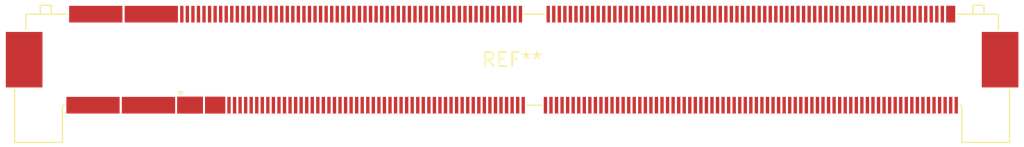
<source format=kicad_pcb>
(kicad_pcb (version 20240108) (generator pcbnew)
  (layers (0 "F.Cu" signal) (31 "B.Cu" signal) (34 "B.Paste" user) (35 "F.Paste" user) (36 "B.SilkS" user "B.Silkscreen") (37 "F.SilkS" user "F.Silkscreen") (38 "B.Mask" user) (39 "F.Mask" user) (44 "Edge.Cuts" user))
  (net 0 "")
  (footprint "JAE_MM70-314-310B1" (layer "F.Cu") (at 0 0)
    (property "Reference" "REF**")
    (property "Value" "JAE_MM70-314-310B1")
    (fp_line (start -44.8 7.45) (end -44.8 2.7) (layer "F.SilkS") (stroke (width 0.12)))
    (fp_line (start -43.8 -4.1) (end -43.8 -2.7) (layer "F.SilkS") (stroke (width 0.12)))
    (fp_line (start -42.5 -4.9) (end -42.5 -4.1) (layer "F.SilkS") (stroke (width 0.12)))
    (fp_line (start -41.5 -4.9) (end -42.5 -4.9) (layer "F.SilkS") (stroke (width 0.12)))
    (fp_line (start -41.5 -4.9) (end -41.5 -4.1) (layer "F.SilkS") (stroke (width 0.12)))
    (fp_line (start -40.5 7.45) (end -44.8 7.45) (layer "F.SilkS") (stroke (width 0.12)))
    (fp_line (start -40.5 7.45) (end -40.5 4.1) (layer "F.SilkS") (stroke (width 0.12)))
    (fp_line (start -40.3 4.1) (end -40.5 4.1) (layer "F.SilkS") (stroke (width 0.12)))
    (fp_line (start -40.1 -4.1) (end -43.8 -4.1) (layer "F.SilkS") (stroke (width 0.12)))
    (fp_line (start -30.0522 2.892197) (end -29.6522 2.892197) (layer "F.SilkS") (stroke (width 0.12)))
    (fp_line (start -29.8522 3.17504) (end -30.0522 2.892197) (layer "F.SilkS") (stroke (width 0.12)))
    (fp_line (start -29.6522 2.892197) (end -29.8522 3.17504) (layer "F.SilkS") (stroke (width 0.12)))
    (fp_line (start 1 -4.1) (end 3 -4.1) (layer "F.SilkS") (stroke (width 0.12)))
    (fp_line (start 1.3 4.1) (end 2.7 4.1) (layer "F.SilkS") (stroke (width 0.12)))
    (fp_line (start 40.1 -4.1) (end 43.8 -4.1) (layer "F.SilkS") (stroke (width 0.12)))
    (fp_line (start 40.3 4.1) (end 40.5 4.1) (layer "F.SilkS") (stroke (width 0.12)))
    (fp_line (start 40.5 7.45) (end 40.5 4.1) (layer "F.SilkS") (stroke (width 0.12)))
    (fp_line (start 40.5 7.45) (end 44.8 7.45) (layer "F.SilkS") (stroke (width 0.12)))
    (fp_line (start 41.5 -4.9) (end 41.5 -4.1) (layer "F.SilkS") (stroke (width 0.12)))
    (fp_line (start 41.5 -4.9) (end 42.5 -4.9) (layer "F.SilkS") (stroke (width 0.12)))
    (fp_line (start 42.5 -4.9) (end 42.5 -4.1) (layer "F.SilkS") (stroke (width 0.12)))
    (fp_line (start 43.8 -4.1) (end 43.8 -2.7) (layer "F.SilkS") (stroke (width 0.12)))
    (fp_line (start 44.8 7.45) (end 44.8 2.7) (layer "F.SilkS") (stroke (width 0.12)))
    (pad "" np_thru_hole circle (at -41 -1.1) (size 1.1 1.1) (drill 1.1) (layers *.Cu *.Mask))
    (pad "" np_thru_hole circle (at 41 -1.1) (size 1.6 1.6) (drill 1.6) (layers *.Cu *.Mask))
    (pad "1" smd rect (at -29 4.1) (size 2.3 1.5) (layers "F.Cu" "F.Paste" "F.Mask"))
    (pad "2" smd rect (at -29.75 -4.1) (size 0.3 1.5) (layers "F.Cu" "F.Paste" "F.Mask"))
    (pad "3" smd rect (at -29 4.1) (size 2.3 1.5) (layers "F.Cu" "F.Paste" "F.Mask"))
    (pad "4" smd rect (at -29.25 -4.1) (size 0.3 1.5) (layers "F.Cu" "F.Paste" "F.Mask"))
    (pad "5" smd rect (at -29 4.1) (size 2.3 1.5) (layers "F.Cu" "F.Paste" "F.Mask"))
    (pad "6" smd rect (at -28.75 -4.1) (size 0.3 1.5) (layers "F.Cu" "F.Paste" "F.Mask"))
    (pad "7" smd rect (at -29 4.1) (size 2.3 1.5) (layers "F.Cu" "F.Paste" "F.Mask"))
    (pad "8" smd rect (at -28.25 -4.1) (size 0.3 1.5) (layers "F.Cu" "F.Paste" "F.Mask"))
    (pad "9" smd rect (at -29 4.1) (size 2.3 1.5) (layers "F.Cu" "F.Paste" "F.Mask"))
    (pad "10" smd rect (at -27.75 -4.1) (size 0.3 1.5) (layers "F.Cu" "F.Paste" "F.Mask"))
    (pad "11" smd rect (at -26.75 4.1) (size 1.8 1.5) (layers "F.Cu" "F.Paste" "F.Mask"))
    (pad "12" smd rect (at -27.25 -4.1) (size 0.3 1.5) (layers "F.Cu" "F.Paste" "F.Mask"))
    (pad "13" smd rect (at -26.75 4.1) (size 1.8 1.5) (layers "F.Cu" "F.Paste" "F.Mask"))
    (pad "14" smd rect (at -26.75 -4.1) (size 0.3 1.5) (layers "F.Cu" "F.Paste" "F.Mask"))
    (pad "15" smd rect (at -26.75 4.1) (size 1.8 1.5) (layers "F.Cu" "F.Paste" "F.Mask"))
    (pad "16" smd rect (at -26.25 -4.1) (size 0.3 1.5) (layers "F.Cu" "F.Paste" "F.Mask"))
    (pad "17" smd rect (at -26.75 4.1) (size 1.8 1.5) (layers "F.Cu" "F.Paste" "F.Mask"))
    (pad "18" smd rect (at -25.75 -4.1) (size 0.3 1.5) (layers "F.Cu" "F.Paste" "F.Mask"))
    (pad "19" smd rect (at -25.5 4.1) (size 0.3 1.5) (layers "F.Cu" "F.Paste" "F.Mask"))
    (pad "20" smd rect (at -25.25 -4.1) (size 0.3 1.5) (layers "F.Cu" "F.Paste" "F.Mask"))
    (pad "21" smd rect (at -25 4.1) (size 0.3 1.5) (layers "F.Cu" "F.Paste" "F.Mask"))
    (pad "22" smd rect (at -24.75 -4.1) (size 0.3 1.5) (layers "F.Cu" "F.Paste" "F.Mask"))
    (pad "23" smd rect (at -24.5 4.1) (size 0.3 1.5) (layers "F.Cu" "F.Paste" "F.Mask"))
    (pad "24" smd rect (at -24.25 -4.1) (size 0.3 1.5) (layers "F.Cu" "F.Paste" "F.Mask"))
    (pad "25" smd rect (at -24 4.1) (size 0.3 1.5) (layers "F.Cu" "F.Paste" "F.Mask"))
    (pad "26" smd rect (at -23.75 -4.1) (size 0.3 1.5) (layers "F.Cu" "F.Paste" "F.Mask"))
    (pad "27" smd rect (at -23.5 4.1) (size 0.3 1.5) (layers "F.Cu" "F.Paste" "F.Mask"))
    (pad "28" smd rect (at -23.25 -4.1) (size 0.3 1.5) (layers "F.Cu" "F.Paste" "F.Mask"))
    (pad "29" smd rect (at -23 4.1) (size 0.3 1.5) (layers "F.Cu" "F.Paste" "F.Mask"))
    (pad "30" smd rect (at -22.75 -4.1) (size 0.3 1.5) (layers "F.Cu" "F.Paste" "F.Mask"))
    (pad "31" smd rect (at -22.5 4.1) (size 0.3 1.5) (layers "F.Cu" "F.Paste" "F.Mask"))
    (pad "32" smd rect (at -22.25 -4.1) (size 0.3 1.5) (layers "F.Cu" "F.Paste" "F.Mask"))
    (pad "33" smd rect (at -22 4.1) (size 0.3 1.5) (layers "F.Cu" "F.Paste" "F.Mask"))
    (pad "34" smd rect (at -21.75 -4.1) (size 0.3 1.5) (layers "F.Cu" "F.Paste" "F.Mask"))
    (pad "35" smd rect (at -21.5 4.1) (size 0.3 1.5) (layers "F.Cu" "F.Paste" "F.Mask"))
    (pad "36" smd rect (at -21.25 -4.1) (size 0.3 1.5) (layers "F.Cu" "F.Paste" "F.Mask"))
    (pad "37" smd rect (at -21 4.1) (size 0.3 1.5) (layers "F.Cu" "F.Paste" "F.Mask"))
    (pad "38" smd rect (at -20.75 -4.1) (size 0.3 1.5) (layers "F.Cu" "F.Paste" "F.Mask"))
    (pad "39" smd rect (at -20.5 4.1) (size 0.3 1.5) (layers "F.Cu" "F.Paste" "F.Mask"))
    (pad "40" smd rect (at -20.25 -4.1) (size 0.3 1.5) (layers "F.Cu" "F.Paste" "F.Mask"))
    (pad "41" smd rect (at -20 4.1) (size 0.3 1.5) (layers "F.Cu" "F.Paste" "F.Mask"))
    (pad "42" smd rect (at -19.75 -4.1) (size 0.3 1.5) (layers "F.Cu" "F.Paste" "F.Mask"))
    (pad "43" smd rect (at -19.5 4.1) (size 0.3 1.5) (layers "F.Cu" "F.Paste" "F.Mask"))
    (pad "44" smd rect (at -19.25 -4.1) (size 0.3 1.5) (layers "F.Cu" "F.Paste" "F.Mask"))
    (pad "45" smd rect (at -19 4.1) (size 0.3 1.5) (layers "F.Cu" "F.Paste" "F.Mask"))
    (pad "46" smd rect (at -18.75 -4.1) (size 0.3 1.5) (layers "F.Cu" "F.Paste" "F.Mask"))
    (pad "47" smd rect (at -18.5 4.1) (size 0.3 1.5) (layers "F.Cu" "F.Paste" "F.Mask"))
    (pad "48" smd rect (at -18.25 -4.1) (size 0.3 1.5) (layers "F.Cu" "F.Paste" "F.Mask"))
    (pad "49" smd rect (at -18 4.1) (size 0.3 1.5) (layers "F.Cu" "F.Paste" "F.Mask"))
    (pad "50" smd rect (at -17.75 -4.1) (size 0.3 1.5) (layers "F.Cu" "F.Paste" "F.Mask"))
    (pad "51" smd rect (at -17.5 4.1) (size 0.3 1.5) (layers "F.Cu" "F.Paste" "F.Mask"))
    (pad "52" smd rect (at -17.25 -4.1) (size 0.3 1.5) (layers "F.Cu" "F.Paste" "F.Mask"))
    (pad "53" smd rect (at -17 4.1) (size 0.3 1.5) (layers "F.Cu" "F.Paste" "F.Mask"))
    (pad "54" smd rect (at -16.75 -4.1) (size 0.3 1.5) (layers "F.Cu" "F.Paste" "F.Mask"))
    (pad "55" smd rect (at -16.5 4.1) (size 0.3 1.5) (layers "F.Cu" "F.Paste" "F.Mask"))
    (pad "56" smd rect (at -16.25 -4.1) (size 0.3 1.5) (layers "F.Cu" "F.Paste" "F.Mask"))
    (pad "57" smd rect (at -16 4.1) (size 0.3 1.5) (layers "F.Cu" "F.Paste" "F.Mask"))
    (pad "58" smd rect (at -15.75 -4.1) (size 0.3 1.5) (layers "F.Cu" "F.Paste" "F.Mask"))
    (pad "59" smd rect (at -15.5 4.1) (size 0.3 1.5) (layers "F.Cu" "F.Paste" "F.Mask"))
    (pad "60" smd rect (at -15.25 -4.1) (size 0.3 1.5) (layers "F.Cu" "F.Paste" "F.Mask"))
    (pad "61" smd rect (at -15 4.1) (size 0.3 1.5) (layers "F.Cu" "F.Paste" "F.Mask"))
    (pad "62" smd rect (at -14.75 -4.1) (size 0.3 1.5) (layers "F.Cu" "F.Paste" "F.Mask"))
    (pad "63" smd rect (at -14.5 4.1) (size 0.3 1.5) (layers "F.Cu" "F.Paste" "F.Mask"))
    (pad "64" smd rect (at -14.25 -4.1) (size 0.3 1.5) (layers "F.Cu" "F.Paste" "F.Mask"))
    (pad "65" smd rect (at -14 4.1) (size 0.3 1.5) (layers "F.Cu" "F.Paste" "F.Mask"))
    (pad "66" smd rect (at -13.75 -4.1) (size 0.3 1.5) (layers "F.Cu" "F.Paste" "F.Mask"))
    (pad "67" smd rect (at -13.5 4.1) (size 0.3 1.5) (layers "F.Cu" "F.Paste" "F.Mask"))
    (pad "68" smd rect (at -13.25 -4.1) (size 0.3 1.5) (layers "F.Cu" "F.Paste" "F.Mask"))
    (pad "69" smd rect (at -13 4.1) (size 0.3 1.5) (layers "F.Cu" "F.Paste" "F.Mask"))
    (pad "70" smd rect (at -12.75 -4.1) (size 0.3 1.5) (layers "F.Cu" "F.Paste" "F.Mask"))
    (pad "71" smd rect (at -12.5 4.1) (size 0.3 1.5) (layers "F.Cu" "F.Paste" "F.Mask"))
    (pad "72" smd rect (at -12.25 -4.1) (size 0.3 1.5) (layers "F.Cu" "F.Paste" "F.Mask"))
    (pad "73" smd rect (at -12 4.1) (size 0.3 1.5) (layers "F.Cu" "F.Paste" "F.Mask"))
    (pad "74" smd rect (at -11.75 -4.1) (size 0.3 1.5) (layers "F.Cu" "F.Paste" "F.Mask"))
    (pad "75" smd rect (at -11.5 4.1) (size 0.3 1.5) (layers "F.Cu" "F.Paste" "F.Mask"))
    (pad "76" smd rect (at -11.25 -4.1) (size 0.3 1.5) (layers "F.Cu" "F.Paste" "F.Mask"))
    (pad "77" smd rect (at -11 4.1) (size 0.3 1.5) (layers "F.Cu" "F.Paste" "F.Mask"))
    (pad "78" smd rect (at -10.75 -4.1) (size 0.3 1.5) (layers "F.Cu" "F.Paste" "F.Mask"))
    (pad "79" smd rect (at -10.5 4.1) (size 0.3 1.5) (layers "F.Cu" "F.Paste" "F.Mask"))
    (pad "80" smd rect (at -10.25 -4.1) (size 0.3 1.5) (layers "F.Cu" "F.Paste" "F.Mask"))
    (pad "81" smd rect (at -10 4.1) (size 0.3 1.5) (layers "F.Cu" "F.Paste" "F.Mask"))
    (pad "82" smd rect (at -9.75 -4.1) (size 0.3 1.5) (layers "F.Cu" "F.Paste" "F.Mask"))
    (pad "83" smd rect (at -9.5 4.1) (size 0.3 1.5) (layers "F.Cu" "F.Paste" "F.Mask"))
    (pad "84" smd rect (at -9.25 -4.1) (size 0.3 1.5) (layers "F.Cu" "F.Paste" "F.Mask"))
    (pad "85" smd rect (at -9 4.1) (size 0.3 1.5) (layers "F.Cu" "F.Paste" "F.Mask"))
    (pad "86" smd rect (at -8.75 -4.1) (size 0.3 1.5) (layers "F.Cu" "F.Paste" "F.Mask"))
    (pad "87" smd rect (at -8.5 4.1) (size 0.3 1.5) (layers "F.Cu" "F.Paste" "F.Mask"))
    (pad "88" smd rect (at -8.25 -4.1) (size 0.3 1.5) (layers "F.Cu" "F.Paste" "F.Mask"))
    (pad "89" smd rect (at -8 4.1) (size 0.3 1.5) (layers "F.Cu" "F.Paste" "F.Mask"))
    (pad "90" smd rect (at -7.75 -4.1) (size 0.3 1.5) (layers "F.Cu" "F.Paste" "F.Mask"))
    (pad "91" smd rect (at -7.5 4.1) (size 0.3 1.5) (layers "F.Cu" "F.Paste" "F.Mask"))
    (pad "92" smd rect (at -7.25 -4.1) (size 0.3 1.5) (layers "F.Cu" "F.Paste" "F.Mask"))
    (pad "93" smd rect (at -7 4.1) (size 0.3 1.5) (layers "F.Cu" "F.Paste" "F.Mask"))
    (pad "94" smd rect (at -6.75 -4.1) (size 0.3 1.5) (layers "F.Cu" "F.Paste" "F.Mask"))
    (pad "95" smd rect (at -6.5 4.1) (size 0.3 1.5) (layers "F.Cu" "F.Paste" "F.Mask"))
    (pad "96" smd rect (at -6.25 -4.1) (size 0.3 1.5) (layers "F.Cu" "F.Paste" "F.Mask"))
    (pad "97" smd rect (at -6 4.1) (size 0.3 1.5) (layers "F.Cu" "F.Paste" "F.Mask"))
    (pad "98" smd rect (at -5.75 -4.1) (size 0.3 1.5) (layers "F.Cu" "F.Paste" "F.Mask"))
    (pad "99" smd rect (at -5.5 4.1) (size 0.3 1.5) (layers "F.Cu" "F.Paste" "F.Mask"))
    (pad "100" smd rect (at -5.25 -4.1) (size 0.3 1.5) (layers "F.Cu" "F.Paste" "F.Mask"))
    (pad "101" smd rect (at -5 4.1) (size 0.3 1.5) (layers "F.Cu" "F.Paste" "F.Mask"))
    (pad "102" smd rect (at -4.75 -4.1) (size 0.3 1.5) (layers "F.Cu" "F.Paste" "F.Mask"))
    (pad "103" smd rect (at -4.5 4.1) (size 0.3 1.5) (layers "F.Cu" "F.Paste" "F.Mask"))
    (pad "104" smd rect (at -4.25 -4.1) (size 0.3 1.5) (layers "F.Cu" "F.Paste" "F.Mask"))
    (pad "105" smd rect (at -4 4.1) (size 0.3 1.5) (layers "F.Cu" "F.Paste" "F.Mask"))
    (pad "106" smd rect (at -3.75 -4.1) (size 0.3 1.5) (layers "F.Cu" "F.Paste" "F.Mask"))
    (pad "107" smd rect (at -3.5 4.1) (size 0.3 1.5) (layers "F.Cu" "F.Paste" "F.Mask"))
    (pad "108" smd rect (at -3.25 -4.1) (size 0.3 1.5) (layers "F.Cu" "F.Paste" "F.Mask"))
    (pad "109" smd rect (at -3 4.1) (size 0.3 1.5) (layers "F.Cu" "F.Paste" "F.Mask"))
    (pad "110" smd rect (at -2.75 -4.1) (size 0.3 1.5) (layers "F.Cu" "F.Paste" "F.Mask"))
    (pad "111" smd rect (at -2.5 4.1) (size 0.3 1.5) (layers "F.Cu" "F.Paste" "F.Mask"))
    (pad "112" smd rect (at -2.25 -4.1) (size 0.3 1.5) (layers "F.Cu" "F.Paste" "F.Mask"))
    (pad "113" smd rect (at -2 4.1) (size 0.3 1.5) (layers "F.Cu" "F.Paste" "F.Mask"))
    (pad "114" smd rect (at -1.75 -4.1) (size 0.3 1.5) (layers "F.Cu" "F.Paste" "F.Mask"))
    (pad "115" smd rect (at -1.5 4.1) (size 0.3 1.5) (layers "F.Cu" "F.Paste" "F.Mask"))
    (pad "116" smd rect (at -1.25 -4.1) (size 0.3 1.5) (layers "F.Cu" "F.Paste" "F.Mask"))
    (pad "117" smd rect (at -1 4.1) (size 0.3 1.5) (layers "F.Cu" "F.Paste" "F.Mask"))
    (pad "118" smd rect (at -0.75 -4.1) (size 0.3 1.5) (layers "F.Cu" "F.Paste" "F.Mask"))
    (pad "119" smd rect (at -0.5 4.1) (size 0.3 1.5) (layers "F.Cu" "F.Paste" "F.Mask"))
    (pad "120" smd rect (at -0.25 -4.1) (size 0.3 1.5) (layers "F.Cu" "F.Paste" "F.Mask"))
    (pad "121" smd rect (at 0 4.1) (size 0.3 1.5) (layers "F.Cu" "F.Paste" "F.Mask"))
    (pad "122" smd rect (at 0.25 -4.1) (size 0.3 1.5) (layers "F.Cu" "F.Paste" "F.Mask"))
    (pad "123" smd rect (at 0.5 4.1) (size 0.3 1.5) (layers "F.Cu" "F.Paste" "F.Mask"))
    (pad "124" smd rect (at 0.75 -4.1) (size 0.3 1.5) (layers "F.Cu" "F.Paste" "F.Mask"))
    (pad "125" smd rect (at 1 4.1) (size 0.3 1.5) (layers "F.Cu" "F.Paste" "F.Mask"))
    (pad "133" smd rect (at 3 4.1) (size 0.3 1.5) (layers "F.Cu" "F.Paste" "F.Mask"))
    (pad "134" smd rect (at 3.25 -4.1) (size 0.3 1.5) (layers "F.Cu" "F.Paste" "F.Mask"))
    (pad "135" smd rect (at 3.5 4.1) (size 0.3 1.5) (layers "F.Cu" "F.Paste" "F.Mask"))
    (pad "136" smd rect (at 3.75 -4.1) (size 0.3 1.5) (layers "F.Cu" "F.Paste" "F.Mask"))
    (pad "137" smd rect (at 4 4.1) (size 0.3 1.5) (layers "F.Cu" "F.Paste" "F.Mask"))
    (pad "138" smd rect (at 4.25 -4.1) (size 0.3 1.5) (layers "F.Cu" "F.Paste" "F.Mask"))
    (pad "139" smd rect (at 4.5 4.1) (size 0.3 1.5) (layers "F.Cu" "F.Paste" "F.Mask"))
    (pad "140" smd rect (at 4.75 -4.1) (size 0.3 1.5) (layers "F.Cu" "F.Paste" "F.Mask"))
    (pad "141" smd rect (at 5 4.1) (size 0.3 1.5) (layers "F.Cu" "F.Paste" "F.Mask"))
    (pad "142" smd rect (at 5.25 -4.1) (size 0.3 1.5) (layers "F.Cu" "F.Paste" "F.Mask"))
    (pad "143" smd rect (at 5.5 4.1) (size 0.3 1.5) (layers "F.Cu" "F.Paste" "F.Mask"))
    (pad "144" smd rect (at 5.75 -4.1) (size 0.3 1.5) (layers "F.Cu" "F.Paste" "F.Mask"))
    (pad "145" smd rect (at 6 4.1) (size 0.3 1.5) (layers "F.Cu" "F.Paste" "F.Mask"))
    (pad "146" smd rect (at 6.25 -4.1) (size 0.3 1.5) (layers "F.Cu" "F.Paste" "F.Mask"))
    (pad "147" smd rect (at 6.5 4.1) (size 0.3 1.5) (layers "F.Cu" "F.Paste" "F.Mask"))
    (pad "148" smd rect (at 6.75 -4.1) (size 0.3 1.5) (layers "F.Cu" "F.Paste" "F.Mask"))
    (pad "149" smd rect (at 7 4.1) (size 0.3 1.5) (layers "F.Cu" "F.Paste" "F.Mask"))
    (pad "150" smd rect (at 7.25 -4.1) (size 0.3 1.5) (layers "F.Cu" "F.Paste" "F.Mask"))
    (pad "151" smd rect (at 7.5 4.1) (size 0.3 1.5) (layers "F.Cu" "F.Paste" "F.Mask"))
    (pad "152" smd rect (at 7.75 -4.1) (size 0.3 1.5) (layers "F.Cu" "F.Paste" "F.Mask"))
    (pad "153" smd rect (at 8 4.1) (size 0.3 1.5) (layers "F.Cu" "F.Paste" "F.Mask"))
    (pad "154" smd rect (at 8.25 -4.1) (size 0.3 1.5) (layers "F.Cu" "F.Paste" "F.Mask"))
    (pad "155" smd rect (at 8.5 4.1) (size 0.3 1.5) (layers "F.Cu" "F.Paste" "F.Mask"))
    (pad "156" smd rect (at 8.75 -4.1) (size 0.3 1.5) (layers "F.Cu" "F.Paste" "F.Mask"))
    (pad "157" smd rect (at 9 4.1) (size 0.3 1.5) (layers "F.Cu" "F.Paste" "F.Mask"))
    (pad "158" smd rect (at 9.25 -4.1) (size 0.3 1.5) (layers "F.Cu" "F.Paste" "F.Mask"))
    (pad "159" smd rect (at 9.5 4.1) (size 0.3 1.5) (layers "F.Cu" "F.Paste" "F.Mask"))
    (pad "160" smd rect (at 9.75 -4.1) (size 0.3 1.5) (layers "F.Cu" "F.Paste" "F.Mask"))
    (pad "161" smd rect (at 10 4.1) (size 0.3 1.5) (layers "F.Cu" "F.Paste" "F.Mask"))
    (pad "162" smd rect (at 10.25 -4.1) (size 0.3 1.5) (layers "F.Cu" "F.Paste" "F.Mask"))
    (pad "163" smd rect (at 10.5 4.1) (size 0.3 1.5) (layers "F.Cu" "F.Paste" "F.Mask"))
    (pad "164" smd rect (at 10.75 -4.1) (size 0.3 1.5) (layers "F.Cu" "F.Paste" "F.Mask"))
    (pad "165" smd rect (at 11 4.1) (size 0.3 1.5) (layers "F.Cu" "F.Paste" "F.Mask"))
    (pad "166" smd rect (at 11.25 -4.1) (size 0.3 1.5) (layers "F.Cu" "F.Paste" "F.Mask"))
    (pad "167" smd rect (at 11.5 4.1) (size 0.3 1.5) (layers "F.Cu" "F.Paste" "F.Mask"))
    (pad "168" smd rect (at 11.75 -4.1) (size 0.3 1.5) (layers "F.Cu" "F.Paste" "F.Mask"))
    (pad "169" smd rect (at 12 4.1) (size 0.3 1.5) (layers "F.Cu" "F.Paste" "F.Mask"))
    (pad "170" smd rect (at 12.25 -4.1) (size 0.3 1.5) (layers "F.Cu" "F.Paste" "F.Mask"))
    (pad "171" smd rect (at 12.5 4.1) (size 0.3 1.5) (layers "F.Cu" "F.Paste" "F.Mask"))
    (pad "172" smd rect (at 12.75 -4.1) (size 0.3 1.5) (layers "F.Cu" "F.Paste" "F.Mask"))
    (pad "173" smd rect (at 13 4.1) (size 0.3 1.5) (layers "F.Cu" "F.Paste" "F.Mask"))
    (pad "174" smd rect (at 13.25 -4.1) (size 0.3 1.5) (layers "F.Cu" "F.Paste" "F.Mask"))
    (pad "175" smd rect (at 13.5 4.1) (size 0.3 1.5) (layers "F.Cu" "F.Paste" "F.Mask"))
    (pad "176" smd rect (at 13.75 -4.1) (size 0.3 1.5) (layers "F.Cu" "F.Paste" "F.Mask"))
    (pad "177" smd rect (at 14 4.1) (size 0.3 1.5) (layers "F.Cu" "F.Paste" "F.Mask"))
    (pad "178" smd rect (at 14.25 -4.1) (size 0.3 1.5) (layers "F.Cu" "F.Paste" "F.Mask"))
    (pad "179" smd rect (at 14.5 4.1) (size 0.3 1.5) (layers "F.Cu" "F.Paste" "F.Mask"))
    (pad "180" smd rect (at 14.75 -4.1) (size 0.3 1.5) (layers "F.Cu" "F.Paste" "F.Mask"))
    (pad "181" smd rect (at 15 4.1) (size 0.3 1.5) (layers "F.Cu" "F.Paste" "F.Mask"))
    (pad "182" smd rect (at 15.25 -4.1) (size 0.3 1.5) (layers "F.Cu" "F.Paste" "F.Mask"))
    (pad "183" smd rect (at 15.5 4.1) (size 0.3 1.5) (layers "F.Cu" "F.Paste" "F.Mask"))
    (pad "184" smd rect (at 15.75 -4.1) (size 0.3 1.5) (layers "F.Cu" "F.Paste" "F.Mask"))
    (pad "185" smd rect (at 16 4.1) (size 0.3 1.5) (layers "F.Cu" "F.Paste" "F.Mask"))
    (pad "186" smd rect (at 16.25 -4.1) (size 0.3 1.5) (layers "F.Cu" "F.Paste" "F.Mask"))
    (pad "187" smd rect (at 16.5 4.1) (size 0.3 1.5) (layers "F.Cu" "F.Paste" "F.Mask"))
    (pad "188" smd rect (at 16.75 -4.1) (size 0.3 1.5) (layers "F.Cu" "F.Paste" "F.Mask"))
    (pad "189" smd rect (at 17 4.1) (size 0.3 1.5) (layers "F.Cu" "F.Paste" "F.Mask"))
    (pad "190" smd rect (at 17.25 -4.1) (size 0.3 1.5) (layers "F.Cu" "F.Paste" "F.Mask"))
    (pad "191" smd rect (at 17.5 4.1) (size 0.3 1.5) (layers "F.Cu" "F.Paste" "F.Mask"))
    (pad "192" smd rect (at 17.75 -4.1) (size 0.3 1.5) (layers "F.Cu" "F.Paste" "F.Mask"))
    (pad "193" smd rect (at 18 4.1) (size 0.3 1.5) (layers "F.Cu" "F.Paste" "F.Mask"))
    (pad "194" smd rect (at 18.25 -4.1) (size 0.3 1.5) (layers "F.Cu" "F.Paste" "F.Mask"))
    (pad "195" smd rect (at 18.5 4.1) (size 0.3 1.5) (layers "F.Cu" "F.Paste" "F.Mask"))
    (pad "196" smd rect (at 18.75 -4.1) (size 0.3 1.5) (layers "F.Cu" "F.Paste" "F.Mask"))
    (pad "197" smd rect (at 19 4.1) (size 0.3 1.5) (layers "F.Cu" "F.Paste" "F.Mask"))
    (pad "198" smd rect (at 19.25 -4.1) (size 0.3 1.5) (layers "F.Cu" "F.Paste" "F.Mask"))
    (pad "199" smd rect (at 19.5 4.1) (size 0.3 1.5) (layers "F.Cu" "F.Paste" "F.Mask"))
    (pad "200" smd rect (at 19.75 -4.1) (size 0.3 1.5) (layers "F.Cu" "F.Paste" "F.Mask"))
    (pad "201" smd rect (at 20 4.1) (size 0.3 1.5) (layers "F.Cu" "F.Paste" "F.Mask"))
    (pad "202" smd rect (at 20.25 -4.1) (size 0.3 1.5) (layers "F.Cu" "F.Paste" "F.Mask"))
    (pad "203" smd rect (at 20.5 4.1) (size 0.3 1.5) (layers "F.Cu" "F.Paste" "F.Mask"))
    (pad "204" smd rect (at 20.75 -4.1) (size 0.3 1.5) (layers "F.Cu" "F.Paste" "F.Mask"))
    (pad "205" smd rect (at 21 4.1) (size 0.3 1.5) (layers "F.Cu" "F.Paste" "F.Mask"))
    (pad "206" smd rect (at 21.25 -4.1) (size 0.3 1.5) (layers "F.Cu" "F.Paste" "F.Mask"))
    (pad "207" smd rect (at 21.5 4.1) (size 0.3 1.5) (layers "F.Cu" "F.Paste" "F.Mask"))
    (pad "208" smd rect (at 21.75 -4.1) (size 0.3 1.5) (layers "F.Cu" "F.Paste" "F.Mask"))
    (pad "209" smd rect (at 22 4.1) (size 0.3 1.5) (layers "F.Cu" "F.Paste" "F.Mask"))
    (pad "210" smd rect (at 22.25 -4.1) (size 0.3 1.5) (layers "F.Cu" "F.Paste" "F.Mask"))
    (pad "211" smd rect (at 22.5 4.1) (size 0.3 1.5) (layers "F.Cu" "F.Paste" "F.Mask"))
    (pad "212" smd rect (at 22.75 -4.1) (size 0.3 1.5) (layers "F.Cu" "F.Paste" "F.Mask"))
    (pad "213" smd rect (at 23 4.1) (size 0.3 1.5) (layers "F.Cu" "F.Paste" "F.Mask"))
    (pad "214" smd rect (at 23.25 -4.1) (size 0.3 1.5) (layers "F.Cu" "F.Paste" "F.Mask"))
    (pad "215" smd rect (at 23.5 4.1) (size 0.3 1.5) (layers "F.Cu" "F.Paste" "F.Mask"))
    (pad "216" smd rect (at 23.75 -4.1) (size 0.3 1.5) (layers "F.Cu" "F.Paste" "F.Mask"))
    (pad "217" smd rect (at 24 4.1) (size 0.3 1.5) (layers "F.Cu" "F.Paste" "F.Mask"))
    (pad "218" smd rect (at 24.25 -4.1) (size 0.3 1.5) (layers "F.Cu" "F.Paste" "F.Mask"))
    (pad "219" smd rect (at 24.5 4.1) (size 0.3 1.5) (layers "F.Cu" "F.Paste" "F.Mask"))
    (pad "220" smd rect (at 24.75 -4.1) (size 0.3 1.5) (layers "F.Cu" "F.Paste" "F.Mask"))
    (pad "221" smd rect (at 25 4.1) (size 0.3 1.5) (layers "F.Cu" "F.Paste" "F.Mask"))
    (pad "222" smd rect (at 25.25 -4.1) (size 0.3 1.5) (layers "F.Cu" "F.Paste" "F.Mask"))
    (pad "223" smd rect (at 25.5 4.1) (size 0.3 1.5) (layers "F.Cu" "F.Paste" "F.Mask"))
    (pad "224" smd rect (at 25.75 -4.1) (size 0.3 1.5) (layers "F.Cu" "F.Paste" "F.Mask"))
    (pad "225" smd rect (at 26 4.1) (size 0.3 1.5) (layers "F.Cu" "F.Paste" "F.Mask"))
    (pad "226" smd rect (at 26.25 -4.1) (size 0.3 1.5) (layers "F.Cu" "F.Paste" "F.Mask"))
    (pad "227" smd rect (at 26.5 4.1) (size 0.3 1.5) (layers "F.Cu" "F.Paste" "F.Mask"))
    (pad "228" smd rect (at 26.75 -4.1) (size 0.3 1.5) (layers "F.Cu" "F.Paste" "F.Mask"))
    (pad "229" smd rect (at 27 4.1) (size 0.3 1.5) (layers "F.Cu" "F.Paste" "F.Mask"))
    (pad "230" smd rect (at 27.25 -4.1) (size 0.3 1.5) (layers "F.Cu" "F.Paste" "F.Mask"))
    (pad "231" smd rect (at 27.5 4.1) (size 0.3 1.5) (layers "F.Cu" "F.Paste" "F.Mask"))
    (pad "232" smd rect (at 27.75 -4.1) (size 0.3 1.5) (layers "F.Cu" "F.Paste" "F.Mask"))
    (pad "233" smd rect (at 28 4.1) (size 0.3 1.5) (layers "F.Cu" "F.Paste" "F.Mask"))
    (pad "234" smd rect (at 28.25 -4.1) (size 0.3 1.5) (layers "F.Cu" "F.Paste" "F.Mask"))
    (pad "235" smd rect (at 28.5 4.1) (size 0.3 1.5) (layers "F.Cu" "F.Paste" "F.Mask"))
    (pad "236" smd rect (at 28.75 -4.1) (size 0.3 1.5) (layers "F.Cu" "F.Paste" "F.Mask"))
    (pad "237" smd rect (at 29 4.1) (size 0.3 1.5) (layers "F.Cu" "F.Paste" "F.Mask"))
    (pad "238" smd rect (at 29.25 -4.1) (size 0.3 1.5) (layers "F.Cu" "F.Paste" "F.Mask"))
    (pad "239" smd rect (at 29.5 4.1) (size 0.3 1.5) (layers "F.Cu" "F.Paste" "F.Mask"))
    (pad "240" smd rect (at 29.75 -4.1) (size 0.3 1.5) (layers "F.Cu" "F.Paste" "F.Mask"))
    (pad "241" smd rect (at 30 4.1) (size 0.3 1.5) (layers "F.Cu" "F.Paste" "F.Mask"))
    (pad "242" smd rect (at 30.25 -4.1) (size 0.3 1.5) (layers "F.Cu" "F.Paste" "F.Mask"))
    (pad "243" smd rect (at 30.5 4.1) (size 0.3 1.5) (layers "F.Cu" "F.Paste" "F.Mask"))
    (pad "244" smd rect (at 30.75 -4.1) (size 0.3 1.5) (layers "F.Cu" "F.Paste" "F.Mask"))
    (pad "245" smd rect (at 31 4.1) (size 0.3 1.5) (layers "F.Cu" "F.Paste" "F.Mask"))
    (pad "246" smd rect (at 31.25 -4.1) (size 0.3 1.5) (layers "F.Cu" "F.Paste" "F.Mask"))
    (pad "247" smd rect (at 31.5 4.1) (size 0.3 1.5) (layers "F.Cu" "F.Paste" "F.Mask"))
    (pad "248" smd rect (at 31.75 -4.1) (size 0.3 1.5) (layers "F.Cu" "F.Paste" "F.Mask"))
    (pad "249" smd rect (at 32 4.1) (size 0.3 1.5) (layers "F.Cu" "F.Paste" "F.Mask"))
    (pad "250" smd rect (at 32.25 -4.1) (size 0.3 1.5) (layers "F.Cu" "F.Paste" "F.Mask"))
    (pad "251" smd rect (at 32.5 4.1) (size 0.3 1.5) (layers "F.Cu" "F.Paste" "F.Mask"))
    (pad "252" smd rect (at 32.75 -4.1) (size 0.3 1.5) (layers "F.Cu" "F.Paste" "F.Mask"))
    (pad "253" smd rect (at 33 4.1) (size 0.3 1.5) (layers "F.Cu" "F.Paste" "F.Mask"))
    (pad "254" smd rect (at 33.25 -4.1) (size 0.3 1.5) (layers "F.Cu" "F.Paste" "F.Mask"))
    (pad "255" smd rect (at 33.5 4.1) (size 0.3 1.5) (layers "F.Cu" "F.Paste" "F.Mask"))
    (pad "256" smd rect (at 33.75 -4.1) (size 0.3 1.5) (layers "F.Cu" "F.Paste" "F.Mask"))
    (pad "257" smd rect (at 34 4.1) (size 0.3 1.5) (layers "F.Cu" "F.Paste" "F.Mask"))
    (pad "258" smd rect (at 34.25 -4.1) (size 0.3 1.5) (layers "F.Cu" "F.Paste" "F.Mask"))
    (pad "259" smd rect (at 34.5 4.1) (size 0.3 1.5) (layers "F.Cu" "F.Paste" "F.Mask"))
    (pad "260" smd rect (at 34.75 -4.1) (size 0.3 1.5) (layers "F.Cu" "F.Paste" "F.Mask"))
    (pad "261" smd rect (at 35 4.1) (size 0.3 1.5) (layers "F.Cu" "F.Paste" "F.Mask"))
    (pad "262" smd rect (at 35.25 -4.1) (size 0.3 1.5) (layers "F.Cu" "F.Paste" "F.Mask"))
    (pad "263" smd rect (at 35.5 4.1) (size 0.3 1.5) (layers "F.Cu" "F.Paste" "F.Mask"))
    (pad "264" smd rect (at 35.75 -4.1) (size 0.3 1.5) (layers "F.Cu" "F.Paste" "F.Mask"))
    (pad "265" smd rect (at 36 4.1) (size 0.3 1.5) (layers "F.Cu" "F.Paste" "F.Mask"))
    (pad "266" smd rect (at 36.25 -4.1) (size 0.3 1.5) (layers "F.Cu" "F.Paste" "F.Mask"))
    (pad "267" smd rect (at 36.5 4.1) (size 0.3 1.5) (layers "F.Cu" "F.Paste" "F.Mask"))
    (pad "268" smd rect (at 36.75 -4.1) (size 0.3 1.5) (layers "F.Cu" "F.Paste" "F.Mask"))
    (pad "269" smd rect (at 37 4.1) (size 0.3 1.5) (layers "F.Cu" "F.Paste" "F.Mask"))
    (pad "270" smd rect (at 37.25 -4.1) (size 0.3 1.5) (layers "F.Cu" "F.Paste" "F.Mask"))
    (pad "271" smd rect (at 37.5 4.1) (size 0.3 1.5) (layers "F.Cu" "F.Paste" "F.Mask"))
    (pad "272" smd rect (at 37.75 -4.1) (size 0.3 1.5) (layers "F.Cu" "F.Paste" "F.Mask"))
    (pad "273" smd rect (at 38 4.1) (size 0.3 1.5) (layers "F.Cu" "F.Paste" "F.Mask"))
    (pad "274" smd rect (at 38.25 -4.1) (size 0.3 1.5) (layers "F.Cu" "F.Paste" "F.Mask"))
    (pad "275" smd rect (at 38.5 4.1) (size 0.3 1.5) (layers "F.Cu" "F.Paste" "F.Mask"))
    (pad "276" smd rect (at 38.75 -4.1) (size 0.3 1.5) (layers "F.Cu" "F.Paste" "F.Mask"))
    (pad "277" smd rect (at 39 4.1) (size 0.3 1.5) (layers "F.Cu" "F.Paste" "F.Mask"))
    (pad "278" smd rect (at 39.5 -4.1) (size 0.8 1.5) (layers "F.Cu" "F.Paste" "F.Mask"))
    (pad "279" smd rect (at 39.5 4.1) (size 0.3 1.5) (layers "F.Cu" "F.Paste" "F.Mask"))
    (pad "280" smd rect (at 39.5 -4.1) (size 0.8 1.5) (layers "F.Cu" "F.Paste" "F.Mask"))
    (pad "281" smd rect (at 40 4.1) (size 0.3 1.5) (layers "F.Cu" "F.Paste" "F.Mask"))
    (pad "E1" smd rect (at -37.75 4.1) (size 4.8 1.5) (layers "F.Cu" "F.Paste" "F.Mask"))
    (pad "E2" smd rect (at -37.5 -4.1) (size 4.8 1.5) (layers "F.Cu" "F.Paste" "F.Mask"))
    (pad "E3" smd rect (at -32.75 4.1) (size 4.8 1.5) (layers "F.Cu" "F.Paste" "F.Mask"))
    (pad "E4" smd rect (at -32.5 -4.1) (size 4.8 1.5) (layers "F.Cu" "F.Paste" "F.Mask"))
    (pad "MP" smd rect (at -43.95 0) (size 3.3 5) (layers "F.Cu" "F.Paste" "F.Mask"))
    (pad "MP" smd rect (at 43.95 0) (size 3.3 5) (layers "F.Cu" "F.Paste" "F.Mask"))
  )
)
</source>
